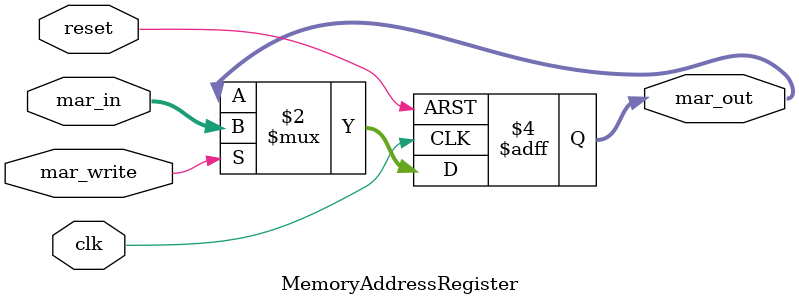
<source format=v>
module MemoryAddressRegister (
  input wire clk,
  input wire reset,
  input wire mar_write,
  input wire [15:0] mar_in,
  output reg [15:0] mar_out
);
  always @(posedge clk or posedge reset) begin
    if (reset) begin
      mar_out <= 16'b0;
    end else if (mar_write) begin
      mar_out <= mar_in;
    end
  end
endmodule 
</source>
